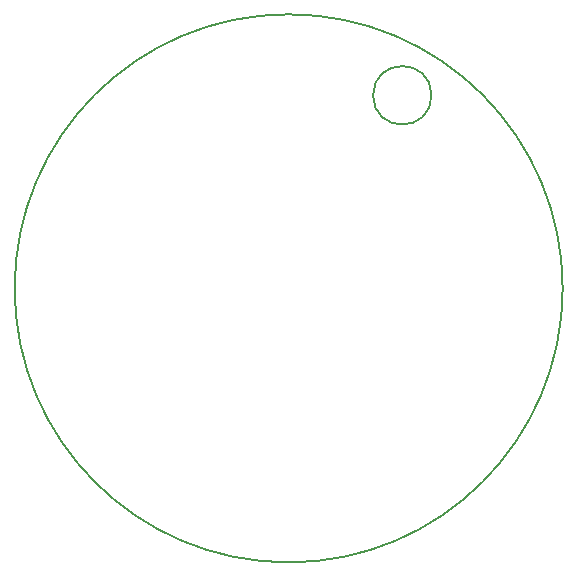
<source format=gm1>
G04 #@! TF.FileFunction,Profile,NP*
%FSLAX46Y46*%
G04 Gerber Fmt 4.6, Leading zero omitted, Abs format (unit mm)*
G04 Created by KiCad (PCBNEW 4.0.4+dfsg1-stable) date Thu Jan 19 15:29:11 2017*
%MOMM*%
%LPD*%
G01*
G04 APERTURE LIST*
%ADD10C,0.100000*%
%ADD11C,0.150000*%
G04 APERTURE END LIST*
D10*
D11*
X12097010Y16347440D02*
G75*
G03X12097010Y16347440I-2475490J0D01*
G01*
X23200383Y0D02*
G75*
G03X23200383Y0I-23200383J0D01*
G01*
M02*

</source>
